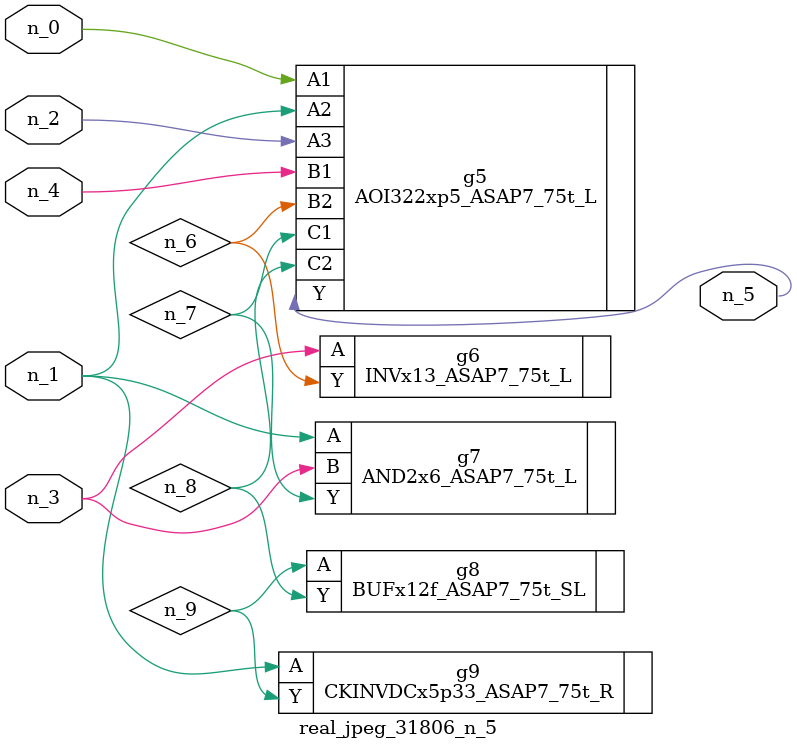
<source format=v>
module real_jpeg_31806_n_5 (n_4, n_0, n_1, n_2, n_3, n_5);

input n_4;
input n_0;
input n_1;
input n_2;
input n_3;

output n_5;

wire n_8;
wire n_6;
wire n_7;
wire n_9;

AOI322xp5_ASAP7_75t_L g5 ( 
.A1(n_0),
.A2(n_1),
.A3(n_2),
.B1(n_4),
.B2(n_6),
.C1(n_7),
.C2(n_8),
.Y(n_5)
);

AND2x6_ASAP7_75t_L g7 ( 
.A(n_1),
.B(n_3),
.Y(n_7)
);

CKINVDCx5p33_ASAP7_75t_R g9 ( 
.A(n_1),
.Y(n_9)
);

INVx13_ASAP7_75t_L g6 ( 
.A(n_3),
.Y(n_6)
);

BUFx12f_ASAP7_75t_SL g8 ( 
.A(n_9),
.Y(n_8)
);


endmodule
</source>
